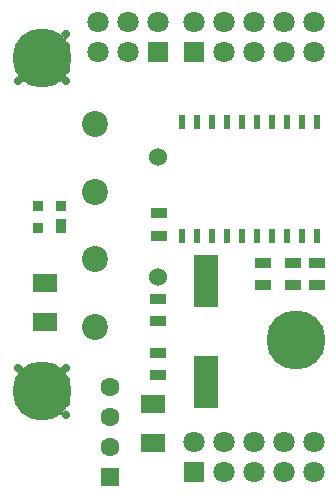
<source format=gbr>
G04 #@! TF.GenerationSoftware,KiCad,Pcbnew,6.0.11-2627ca5db0~126~ubuntu22.04.1*
G04 #@! TF.CreationDate,2023-12-06T10:38:33+01:00*
G04 #@! TF.ProjectId,bus-module_attiny1634,6275732d-6d6f-4647-956c-655f61747469,C*
G04 #@! TF.SameCoordinates,Original*
G04 #@! TF.FileFunction,Soldermask,Top*
G04 #@! TF.FilePolarity,Negative*
%FSLAX46Y46*%
G04 Gerber Fmt 4.6, Leading zero omitted, Abs format (unit mm)*
G04 Created by KiCad (PCBNEW 6.0.11-2627ca5db0~126~ubuntu22.04.1) date 2023-12-06 10:38:33*
%MOMM*%
%LPD*%
G01*
G04 APERTURE LIST*
G04 Aperture macros list*
%AMOutline4P*
0 Free polygon, 4 corners , with rotation*
0 The origin of the aperture is its center*
0 number of corners: always 4*
0 $1 to $8 corner X, Y*
0 $9 Rotation angle, in degrees counterclockwise*
0 create outline with 4 corners*
4,1,4,$1,$2,$3,$4,$5,$6,$7,$8,$1,$2,$9*%
G04 Aperture macros list end*
%ADD10C,5.000000*%
%ADD11R,1.397000X0.889000*%
%ADD12R,1.800000X1.800000*%
%ADD13C,1.800000*%
%ADD14R,1.998980X4.500880*%
%ADD15R,0.508000X1.270000*%
%ADD16C,0.700000*%
%ADD17R,0.850000X1.200000*%
%ADD18R,0.850000X0.850000*%
%ADD19Outline4P,-0.425000X-0.425000X0.425000X-0.425000X0.425000X0.425000X-0.425000X0.425000X90.000000*%
%ADD20R,2.032000X1.524000*%
%ADD21C,2.200000*%
%ADD22C,1.524000*%
%ADD23R,1.600000X1.600000*%
%ADD24C,1.600000*%
G04 APERTURE END LIST*
D10*
X104132000Y-107704000D03*
D11*
X92448000Y-104211500D03*
X92448000Y-106116500D03*
X92448000Y-110688500D03*
X92448000Y-108783500D03*
D12*
X95496000Y-118880000D03*
D13*
X95496000Y-116340000D03*
X98036000Y-118880000D03*
X98036000Y-116340000D03*
X100576000Y-118880000D03*
X100576000Y-116340000D03*
X103116000Y-118880000D03*
X103116000Y-116340000D03*
X105656000Y-118880000D03*
X105656000Y-116340000D03*
D12*
X95496000Y-83320000D03*
D13*
X95496000Y-80780000D03*
X98036000Y-83320000D03*
X98036000Y-80780000D03*
X100576000Y-83320000D03*
X100576000Y-80780000D03*
X103116000Y-83320000D03*
X103116000Y-80780000D03*
X105656000Y-83320000D03*
X105656000Y-80780000D03*
D11*
X105910000Y-101163500D03*
X105910000Y-103068500D03*
X103878000Y-101163500D03*
X103878000Y-103068500D03*
X101338000Y-101163500D03*
X101338000Y-103068500D03*
X92575000Y-98877500D03*
X92575000Y-96972500D03*
D14*
X96512000Y-102761160D03*
X96512000Y-111260000D03*
D15*
X105910000Y-89289000D03*
X104640000Y-89289000D03*
X103370000Y-89289000D03*
X102100000Y-89289000D03*
X100830000Y-89289000D03*
X99560000Y-89289000D03*
X98290000Y-89289000D03*
X97020000Y-89289000D03*
X95750000Y-89289000D03*
X94480000Y-89289000D03*
X94480000Y-98941000D03*
X95750000Y-98941000D03*
X97020000Y-98941000D03*
X98290000Y-98941000D03*
X99560000Y-98941000D03*
X100830000Y-98941000D03*
X102100000Y-98941000D03*
X103370000Y-98941000D03*
X104640000Y-98941000D03*
X105910000Y-98941000D03*
D10*
X82650000Y-83820000D03*
X82650000Y-112070000D03*
D16*
X84650000Y-85820000D03*
X82650000Y-85820000D03*
X83650000Y-85820000D03*
X80650000Y-85820000D03*
X81650000Y-85820000D03*
X81650000Y-110070000D03*
X84650000Y-110070000D03*
X83650000Y-110070000D03*
X80650000Y-110070000D03*
X82650000Y-110070000D03*
X84650000Y-83820000D03*
X84650000Y-82820000D03*
X84650000Y-81820000D03*
X84650000Y-84820000D03*
X84650000Y-113070000D03*
X84650000Y-112070000D03*
X84650000Y-111070000D03*
X84650000Y-114070000D03*
D17*
X84254000Y-98059620D03*
D18*
X84254000Y-96340000D03*
X82354000Y-96340000D03*
D19*
X82354000Y-98240000D03*
D20*
X92067000Y-113165000D03*
X92067000Y-116467000D03*
X82923000Y-102878000D03*
X82923000Y-106180000D03*
D21*
X87114000Y-95156400D03*
X87120200Y-100896800D03*
X87114000Y-106637200D03*
D12*
X92448000Y-83320000D03*
D13*
X92448000Y-80780000D03*
X89908000Y-83320000D03*
X89908000Y-80780000D03*
X87368000Y-83320000D03*
X87368000Y-80780000D03*
D22*
X92448000Y-102370000D03*
X92448000Y-92210000D03*
D21*
X87114000Y-89416000D03*
D23*
X88434800Y-119286400D03*
D24*
X88434800Y-116746400D03*
X88434800Y-114206400D03*
X88434800Y-111666400D03*
G36*
X84352928Y-113894952D02*
G01*
X84352763Y-113896317D01*
X84319055Y-113962471D01*
X84302025Y-114070000D01*
X84317239Y-114166064D01*
X84316523Y-114167931D01*
X84314547Y-114168244D01*
X84313433Y-114167182D01*
X84305887Y-114150030D01*
X84305249Y-114150311D01*
X84303261Y-114150094D01*
X84302613Y-114149289D01*
X84285320Y-114110109D01*
X84227539Y-114071926D01*
X84158180Y-114071042D01*
X84117153Y-114091356D01*
X84034554Y-114153712D01*
X84034354Y-114153845D01*
X84013038Y-114166226D01*
X84011038Y-114166232D01*
X84010033Y-114164502D01*
X84010857Y-114162879D01*
X84242284Y-113994738D01*
X84349612Y-113893951D01*
X84351559Y-113893494D01*
X84352928Y-113894952D01*
G37*
G36*
X84674301Y-113538906D02*
G01*
X84674270Y-113540378D01*
X84648563Y-113601572D01*
X84660520Y-113669788D01*
X84707578Y-113720840D01*
X84729925Y-113730701D01*
X84731106Y-113732315D01*
X84730299Y-113734145D01*
X84728805Y-113734506D01*
X84650000Y-113722025D01*
X84542471Y-113739055D01*
X84486008Y-113767824D01*
X84484011Y-113767719D01*
X84483103Y-113765937D01*
X84483559Y-113764767D01*
X84670885Y-113538328D01*
X84672760Y-113537631D01*
X84674301Y-113538906D01*
G37*
G36*
X80815989Y-110372281D02*
G01*
X80816897Y-110374063D01*
X80816441Y-110375233D01*
X80632724Y-110597310D01*
X80630849Y-110598007D01*
X80629308Y-110596732D01*
X80629331Y-110595280D01*
X80652790Y-110537754D01*
X80640121Y-110469665D01*
X80592526Y-110419101D01*
X80570520Y-110409369D01*
X80569340Y-110407754D01*
X80570149Y-110405925D01*
X80571642Y-110405565D01*
X80650000Y-110417975D01*
X80757529Y-110400945D01*
X80813992Y-110372176D01*
X80815989Y-110372281D01*
G37*
G36*
X84486008Y-110372176D02*
G01*
X84542471Y-110400945D01*
X84650000Y-110417975D01*
X84730668Y-110405199D01*
X84732535Y-110405915D01*
X84732848Y-110407891D01*
X84732029Y-110408877D01*
X84676775Y-110442888D01*
X84646785Y-110505317D01*
X84655329Y-110574216D01*
X84660399Y-110582758D01*
X84660423Y-110584758D01*
X84658703Y-110585779D01*
X84657138Y-110585054D01*
X84483559Y-110375233D01*
X84483225Y-110373261D01*
X84484766Y-110371986D01*
X84486008Y-110372176D01*
G37*
G36*
X84317221Y-109969564D02*
G01*
X84317676Y-109971177D01*
X84302025Y-110070000D01*
X84319055Y-110177529D01*
X84352763Y-110243683D01*
X84352658Y-110245680D01*
X84350876Y-110246588D01*
X84349612Y-110246049D01*
X84242284Y-110145262D01*
X84031680Y-109992249D01*
X84030867Y-109990422D01*
X84032043Y-109988804D01*
X84033897Y-109988923D01*
X84077699Y-110015608D01*
X84077896Y-110015745D01*
X84116481Y-110046163D01*
X84181027Y-110072093D01*
X84249048Y-110059067D01*
X84299308Y-110011260D01*
X84313815Y-109970198D01*
X84315335Y-109968898D01*
X84317221Y-109969564D01*
G37*
G36*
X80986207Y-109970587D02*
G01*
X80993309Y-109986207D01*
X80994350Y-109986308D01*
X80995007Y-109987105D01*
X81014929Y-110030790D01*
X81073170Y-110068264D01*
X81142536Y-110068303D01*
X81183141Y-110047621D01*
X81243699Y-110000901D01*
X81243898Y-110000766D01*
X81276513Y-109981362D01*
X81278513Y-109981336D01*
X81279536Y-109983055D01*
X81278712Y-109984699D01*
X81057716Y-110145262D01*
X80950388Y-110246049D01*
X80948441Y-110246506D01*
X80947072Y-110245048D01*
X80947237Y-110243683D01*
X80980945Y-110177529D01*
X80997975Y-110070000D01*
X80982411Y-109971728D01*
X80983127Y-109969861D01*
X80985103Y-109969548D01*
X80986207Y-109970587D01*
G37*
G36*
X84352928Y-85644952D02*
G01*
X84352763Y-85646317D01*
X84319055Y-85712471D01*
X84302025Y-85820000D01*
X84317239Y-85916064D01*
X84316523Y-85917931D01*
X84314547Y-85918244D01*
X84313433Y-85917182D01*
X84305887Y-85900030D01*
X84305249Y-85900311D01*
X84303261Y-85900094D01*
X84302613Y-85899289D01*
X84285320Y-85860109D01*
X84227539Y-85821926D01*
X84158180Y-85821042D01*
X84117153Y-85841356D01*
X84034554Y-85903712D01*
X84034354Y-85903845D01*
X84013042Y-85916224D01*
X84012652Y-85916225D01*
X84012543Y-85916552D01*
X83964617Y-85968217D01*
X83962706Y-85968807D01*
X83961240Y-85967447D01*
X83961369Y-85965949D01*
X83976597Y-85936063D01*
X83977415Y-85935218D01*
X83988495Y-85929126D01*
X84009901Y-85913574D01*
X84010541Y-85913507D01*
X84010861Y-85912877D01*
X84242284Y-85744738D01*
X84349612Y-85643951D01*
X84351559Y-85643494D01*
X84352928Y-85644952D01*
G37*
G36*
X80950388Y-85643951D02*
G01*
X81057716Y-85744738D01*
X81257991Y-85890246D01*
X81258804Y-85892073D01*
X81257628Y-85893691D01*
X81255757Y-85893561D01*
X81200866Y-85859328D01*
X81200669Y-85859189D01*
X81183794Y-85845597D01*
X81119526Y-85818995D01*
X81051371Y-85831308D01*
X81000615Y-85878587D01*
X80986680Y-85916648D01*
X80985146Y-85917930D01*
X80983267Y-85917243D01*
X80982827Y-85915647D01*
X80997975Y-85820000D01*
X80980945Y-85712471D01*
X80947237Y-85646317D01*
X80947342Y-85644320D01*
X80949124Y-85643412D01*
X80950388Y-85643951D01*
G37*
G36*
X80646716Y-85309605D02*
G01*
X80816441Y-85514767D01*
X80816775Y-85516739D01*
X80815234Y-85518014D01*
X80813992Y-85517824D01*
X80757529Y-85489055D01*
X80650000Y-85472025D01*
X80570557Y-85484607D01*
X80568690Y-85483891D01*
X80568377Y-85481915D01*
X80569175Y-85480942D01*
X80624920Y-85445683D01*
X80654144Y-85382893D01*
X80644758Y-85314091D01*
X80643456Y-85311903D01*
X80643430Y-85309903D01*
X80645149Y-85308880D01*
X80646716Y-85309605D01*
G37*
G36*
X84674301Y-85288906D02*
G01*
X84674270Y-85290378D01*
X84648563Y-85351572D01*
X84660520Y-85419788D01*
X84707578Y-85470840D01*
X84729925Y-85480701D01*
X84731106Y-85482315D01*
X84730299Y-85484145D01*
X84728805Y-85484506D01*
X84650000Y-85472025D01*
X84542471Y-85489055D01*
X84486008Y-85517824D01*
X84484011Y-85517719D01*
X84483103Y-85515937D01*
X84483559Y-85514767D01*
X84670885Y-85288328D01*
X84672760Y-85287631D01*
X84674301Y-85288906D01*
G37*
G36*
X84486008Y-82122176D02*
G01*
X84542471Y-82150945D01*
X84650000Y-82167975D01*
X84730668Y-82155199D01*
X84732535Y-82155915D01*
X84732848Y-82157891D01*
X84732029Y-82158877D01*
X84676775Y-82192888D01*
X84646785Y-82255317D01*
X84655329Y-82324216D01*
X84660399Y-82332758D01*
X84660423Y-82334758D01*
X84658703Y-82335779D01*
X84657138Y-82335054D01*
X84483559Y-82125233D01*
X84483225Y-82123261D01*
X84484766Y-82121986D01*
X84486008Y-82122176D01*
G37*
G36*
X84317221Y-81719564D02*
G01*
X84317676Y-81721177D01*
X84302025Y-81820000D01*
X84319055Y-81927529D01*
X84352763Y-81993683D01*
X84352658Y-81995680D01*
X84350876Y-81996588D01*
X84349612Y-81996049D01*
X84242284Y-81895262D01*
X84031673Y-81742244D01*
X84030860Y-81740417D01*
X84032036Y-81738799D01*
X84033890Y-81738918D01*
X84077696Y-81765605D01*
X84077893Y-81765742D01*
X84116481Y-81796163D01*
X84181027Y-81822093D01*
X84249048Y-81809067D01*
X84299308Y-81761260D01*
X84313815Y-81720198D01*
X84315335Y-81718898D01*
X84317221Y-81719564D01*
G37*
M02*

</source>
